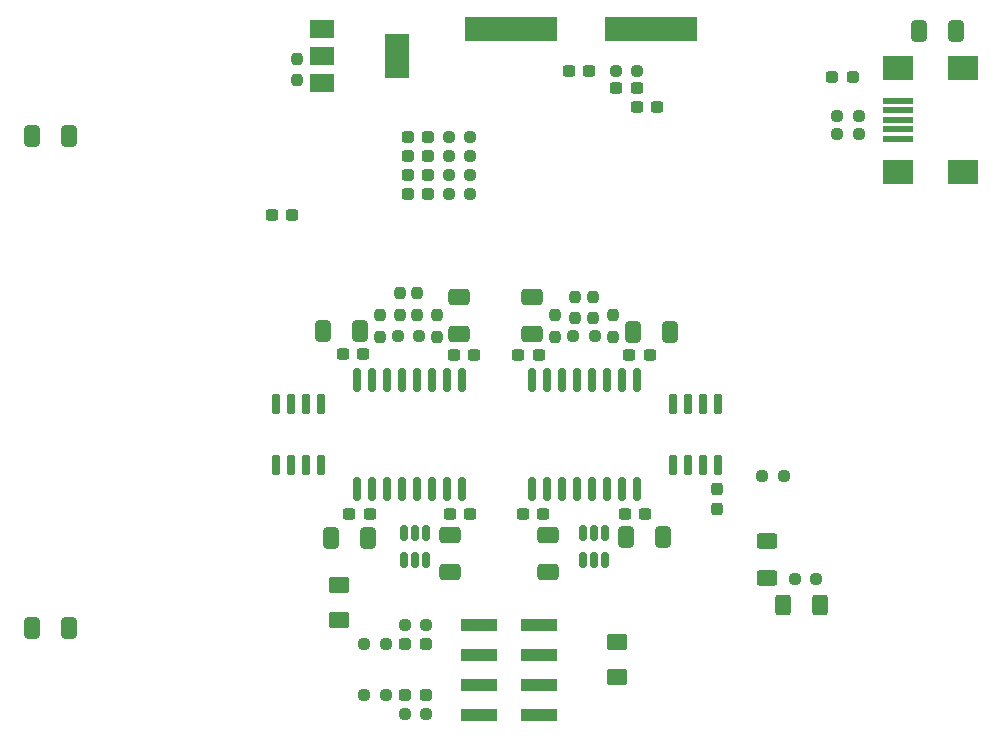
<source format=gbr>
%TF.GenerationSoftware,KiCad,Pcbnew,(6.0.4)*%
%TF.CreationDate,2023-06-02T13:45:04+02:00*%
%TF.ProjectId,Modbus-RJ45-Breakout,4d6f6462-7573-42d5-924a-34352d427265,0.0.2*%
%TF.SameCoordinates,Original*%
%TF.FileFunction,Paste,Top*%
%TF.FilePolarity,Positive*%
%FSLAX46Y46*%
G04 Gerber Fmt 4.6, Leading zero omitted, Abs format (unit mm)*
G04 Created by KiCad (PCBNEW (6.0.4)) date 2023-06-02 13:45:04*
%MOMM*%
%LPD*%
G01*
G04 APERTURE LIST*
G04 Aperture macros list*
%AMRoundRect*
0 Rectangle with rounded corners*
0 $1 Rounding radius*
0 $2 $3 $4 $5 $6 $7 $8 $9 X,Y pos of 4 corners*
0 Add a 4 corners polygon primitive as box body*
4,1,4,$2,$3,$4,$5,$6,$7,$8,$9,$2,$3,0*
0 Add four circle primitives for the rounded corners*
1,1,$1+$1,$2,$3*
1,1,$1+$1,$4,$5*
1,1,$1+$1,$6,$7*
1,1,$1+$1,$8,$9*
0 Add four rect primitives between the rounded corners*
20,1,$1+$1,$2,$3,$4,$5,0*
20,1,$1+$1,$4,$5,$6,$7,0*
20,1,$1+$1,$6,$7,$8,$9,0*
20,1,$1+$1,$8,$9,$2,$3,0*%
G04 Aperture macros list end*
%ADD10RoundRect,0.237500X0.250000X0.237500X-0.250000X0.237500X-0.250000X-0.237500X0.250000X-0.237500X0*%
%ADD11R,2.000000X1.500000*%
%ADD12R,2.000000X3.800000*%
%ADD13RoundRect,0.237500X0.300000X0.237500X-0.300000X0.237500X-0.300000X-0.237500X0.300000X-0.237500X0*%
%ADD14RoundRect,0.250001X-0.624999X0.462499X-0.624999X-0.462499X0.624999X-0.462499X0.624999X0.462499X0*%
%ADD15RoundRect,0.237500X-0.237500X0.250000X-0.237500X-0.250000X0.237500X-0.250000X0.237500X0.250000X0*%
%ADD16RoundRect,0.237500X0.287500X0.237500X-0.287500X0.237500X-0.287500X-0.237500X0.287500X-0.237500X0*%
%ADD17RoundRect,0.237500X-0.250000X-0.237500X0.250000X-0.237500X0.250000X0.237500X-0.250000X0.237500X0*%
%ADD18RoundRect,0.250000X0.412500X0.650000X-0.412500X0.650000X-0.412500X-0.650000X0.412500X-0.650000X0*%
%ADD19RoundRect,0.237500X-0.300000X-0.237500X0.300000X-0.237500X0.300000X0.237500X-0.300000X0.237500X0*%
%ADD20RoundRect,0.250000X0.650000X-0.412500X0.650000X0.412500X-0.650000X0.412500X-0.650000X-0.412500X0*%
%ADD21RoundRect,0.250000X-0.650000X0.412500X-0.650000X-0.412500X0.650000X-0.412500X0.650000X0.412500X0*%
%ADD22RoundRect,0.250000X0.625000X-0.400000X0.625000X0.400000X-0.625000X0.400000X-0.625000X-0.400000X0*%
%ADD23R,2.500000X0.500000*%
%ADD24R,2.500000X2.000000*%
%ADD25R,3.150000X1.000000*%
%ADD26RoundRect,0.237500X0.237500X-0.250000X0.237500X0.250000X-0.237500X0.250000X-0.237500X-0.250000X0*%
%ADD27RoundRect,0.250000X-0.412500X-0.650000X0.412500X-0.650000X0.412500X0.650000X-0.412500X0.650000X0*%
%ADD28RoundRect,0.250000X-0.400000X-0.625000X0.400000X-0.625000X0.400000X0.625000X-0.400000X0.625000X0*%
%ADD29RoundRect,0.237500X-0.237500X0.300000X-0.237500X-0.300000X0.237500X-0.300000X0.237500X0.300000X0*%
%ADD30RoundRect,0.150000X0.150000X-0.512500X0.150000X0.512500X-0.150000X0.512500X-0.150000X-0.512500X0*%
%ADD31RoundRect,0.237500X-0.287500X-0.237500X0.287500X-0.237500X0.287500X0.237500X-0.287500X0.237500X0*%
%ADD32RoundRect,0.150000X-0.150000X0.725000X-0.150000X-0.725000X0.150000X-0.725000X0.150000X0.725000X0*%
%ADD33RoundRect,0.150000X-0.150000X0.875000X-0.150000X-0.875000X0.150000X-0.875000X0.150000X0.875000X0*%
%ADD34R,7.875000X2.000000*%
G04 APERTURE END LIST*
D10*
%TO.C,R37*%
X103912500Y-80100000D03*
X102087500Y-80100000D03*
%TD*%
%TO.C,R36*%
X89062500Y-80100000D03*
X87237500Y-80100000D03*
%TD*%
D11*
%TO.C,Q1*%
X80850000Y-54050000D03*
X80850000Y-56350000D03*
X80850000Y-58650000D03*
D12*
X87150000Y-56350000D03*
%TD*%
D13*
%TO.C,C18*%
X84312500Y-81600000D03*
X82587500Y-81600000D03*
%TD*%
%TO.C,C25*%
X99562500Y-95150000D03*
X97837500Y-95150000D03*
%TD*%
D14*
%TO.C,F1*%
X82250000Y-101162500D03*
X82250000Y-104137500D03*
%TD*%
D15*
%TO.C,R15*%
X85750000Y-78287500D03*
X85750000Y-80112500D03*
%TD*%
D16*
%TO.C,D1*%
X89825000Y-68000000D03*
X88075000Y-68000000D03*
%TD*%
%TO.C,D4*%
X89825000Y-66400000D03*
X88075000Y-66400000D03*
%TD*%
D17*
%TO.C,R29*%
X84387500Y-106100000D03*
X86212500Y-106100000D03*
%TD*%
D18*
%TO.C,C16*%
X84062500Y-79650000D03*
X80937500Y-79650000D03*
%TD*%
D16*
%TO.C,D3*%
X89825000Y-63200000D03*
X88075000Y-63200000D03*
%TD*%
D13*
%TO.C,C24*%
X99162500Y-81650000D03*
X97437500Y-81650000D03*
%TD*%
D19*
%TO.C,C37*%
X107487500Y-60700000D03*
X109212500Y-60700000D03*
%TD*%
D20*
%TO.C,C13*%
X92450000Y-79925000D03*
X92450000Y-76800000D03*
%TD*%
D15*
%TO.C,R21*%
X100550000Y-78287500D03*
X100550000Y-80112500D03*
%TD*%
D19*
%TO.C,C28*%
X106837500Y-81650000D03*
X108562500Y-81650000D03*
%TD*%
D15*
%TO.C,R22*%
X105450000Y-78287500D03*
X105450000Y-80112500D03*
%TD*%
D16*
%TO.C,D5*%
X89825000Y-64800000D03*
X88075000Y-64800000D03*
%TD*%
D21*
%TO.C,C27*%
X99950000Y-96887500D03*
X99950000Y-100012500D03*
%TD*%
D18*
%TO.C,C31*%
X59362500Y-63150000D03*
X56237500Y-63150000D03*
%TD*%
%TO.C,C20*%
X84712500Y-97150000D03*
X81587500Y-97150000D03*
%TD*%
D17*
%TO.C,R3*%
X84387500Y-110500000D03*
X86212500Y-110500000D03*
%TD*%
D19*
%TO.C,C14*%
X91975000Y-81650000D03*
X93700000Y-81650000D03*
%TD*%
D10*
%TO.C,R6*%
X126262500Y-62950000D03*
X124437500Y-62950000D03*
%TD*%
D15*
%TO.C,R23*%
X102250000Y-76737500D03*
X102250000Y-78562500D03*
%TD*%
D17*
%TO.C,R5*%
X87837500Y-112100000D03*
X89662500Y-112100000D03*
%TD*%
D16*
%TO.C,D7*%
X125775000Y-58150000D03*
X124025000Y-58150000D03*
%TD*%
D19*
%TO.C,C29*%
X106437500Y-95150000D03*
X108162500Y-95150000D03*
%TD*%
D10*
%TO.C,R19*%
X93362500Y-68000000D03*
X91537500Y-68000000D03*
%TD*%
D22*
%TO.C,R16*%
X118500000Y-100550000D03*
X118500000Y-97450000D03*
%TD*%
D23*
%TO.C,J5*%
X129625000Y-63350000D03*
X129625000Y-62550000D03*
X129625000Y-61750000D03*
X129625000Y-60950000D03*
X129625000Y-60150000D03*
D24*
X129625000Y-66150000D03*
X129625000Y-57350000D03*
X135125000Y-66150000D03*
X135125000Y-57350000D03*
%TD*%
D25*
%TO.C,J6*%
X94125000Y-104490000D03*
X99175000Y-104490000D03*
X94125000Y-107030000D03*
X99175000Y-107030000D03*
X94125000Y-109570000D03*
X99175000Y-109570000D03*
X94125000Y-112110000D03*
X99175000Y-112110000D03*
%TD*%
D26*
%TO.C,R2*%
X88900000Y-78262500D03*
X88900000Y-76437500D03*
%TD*%
D20*
%TO.C,C26*%
X98600000Y-79912500D03*
X98600000Y-76787500D03*
%TD*%
D21*
%TO.C,C17*%
X91650000Y-96887500D03*
X91650000Y-100012500D03*
%TD*%
D15*
%TO.C,R14*%
X78700000Y-56587500D03*
X78700000Y-58412500D03*
%TD*%
D27*
%TO.C,C1*%
X131387500Y-54250000D03*
X134512500Y-54250000D03*
%TD*%
D28*
%TO.C,R1*%
X119850000Y-102800000D03*
X122950000Y-102800000D03*
%TD*%
D29*
%TO.C,C21*%
X114300000Y-92987500D03*
X114300000Y-94712500D03*
%TD*%
D13*
%TO.C,C10*%
X78312500Y-69800000D03*
X76587500Y-69800000D03*
%TD*%
D30*
%TO.C,U2*%
X87750000Y-98987500D03*
X88700000Y-98987500D03*
X89650000Y-98987500D03*
X89650000Y-96712500D03*
X88700000Y-96712500D03*
X87750000Y-96712500D03*
%TD*%
D15*
%TO.C,R18*%
X87400000Y-78262500D03*
X87400000Y-76437500D03*
%TD*%
D10*
%TO.C,R24*%
X93362500Y-63200000D03*
X91537500Y-63200000D03*
%TD*%
D13*
%TO.C,C6*%
X107462500Y-59100000D03*
X105737500Y-59100000D03*
%TD*%
D27*
%TO.C,C23*%
X107137500Y-79700000D03*
X110262500Y-79700000D03*
%TD*%
D14*
%TO.C,F2*%
X105800000Y-105950000D03*
X105800000Y-108925000D03*
%TD*%
D30*
%TO.C,U6*%
X102900000Y-98987500D03*
X103850000Y-98987500D03*
X104800000Y-98987500D03*
X104800000Y-96712500D03*
X103850000Y-96712500D03*
X102900000Y-96712500D03*
%TD*%
D10*
%TO.C,R25*%
X93362500Y-64800000D03*
X91537500Y-64800000D03*
%TD*%
D31*
%TO.C,D2*%
X87875000Y-110500000D03*
X89625000Y-110500000D03*
%TD*%
D17*
%TO.C,R31*%
X120837500Y-100650000D03*
X122662500Y-100650000D03*
%TD*%
D10*
%TO.C,R11*%
X107512500Y-57600000D03*
X105687500Y-57600000D03*
%TD*%
D32*
%TO.C,U3*%
X80705000Y-85825000D03*
X79435000Y-85825000D03*
X78165000Y-85825000D03*
X76895000Y-85825000D03*
X76895000Y-90975000D03*
X78165000Y-90975000D03*
X79435000Y-90975000D03*
X80705000Y-90975000D03*
%TD*%
D19*
%TO.C,C15*%
X91637500Y-95150000D03*
X93362500Y-95150000D03*
%TD*%
D26*
%TO.C,R35*%
X103800000Y-78562500D03*
X103800000Y-76737500D03*
%TD*%
D33*
%TO.C,U4*%
X92645000Y-83750000D03*
X91375000Y-83750000D03*
X90105000Y-83750000D03*
X88835000Y-83750000D03*
X87565000Y-83750000D03*
X86295000Y-83750000D03*
X85025000Y-83750000D03*
X83755000Y-83750000D03*
X83755000Y-93050000D03*
X85025000Y-93050000D03*
X86295000Y-93050000D03*
X87565000Y-93050000D03*
X88835000Y-93050000D03*
X90105000Y-93050000D03*
X91375000Y-93050000D03*
X92645000Y-93050000D03*
%TD*%
D17*
%TO.C,R28*%
X87837500Y-104500000D03*
X89662500Y-104500000D03*
%TD*%
D34*
%TO.C,Y1*%
X108687500Y-54050000D03*
X96812500Y-54050000D03*
%TD*%
D31*
%TO.C,D6*%
X87875000Y-106100000D03*
X89625000Y-106100000D03*
%TD*%
D10*
%TO.C,R20*%
X93362500Y-66400000D03*
X91537500Y-66400000D03*
%TD*%
D33*
%TO.C,U8*%
X107445000Y-83750000D03*
X106175000Y-83750000D03*
X104905000Y-83750000D03*
X103635000Y-83750000D03*
X102365000Y-83750000D03*
X101095000Y-83750000D03*
X99825000Y-83750000D03*
X98555000Y-83750000D03*
X98555000Y-93050000D03*
X99825000Y-93050000D03*
X101095000Y-93050000D03*
X102365000Y-93050000D03*
X103635000Y-93050000D03*
X104905000Y-93050000D03*
X106175000Y-93050000D03*
X107445000Y-93050000D03*
%TD*%
D13*
%TO.C,C19*%
X84862500Y-95150000D03*
X83137500Y-95150000D03*
%TD*%
D32*
%TO.C,U7*%
X114305000Y-85825000D03*
X113035000Y-85825000D03*
X111765000Y-85825000D03*
X110495000Y-85825000D03*
X110495000Y-90975000D03*
X111765000Y-90975000D03*
X113035000Y-90975000D03*
X114305000Y-90975000D03*
%TD*%
D27*
%TO.C,C30*%
X106575000Y-97100000D03*
X109700000Y-97100000D03*
%TD*%
D13*
%TO.C,C8*%
X103462500Y-57600000D03*
X101737500Y-57600000D03*
%TD*%
D15*
%TO.C,R17*%
X90550000Y-78287500D03*
X90550000Y-80112500D03*
%TD*%
D18*
%TO.C,C32*%
X59362500Y-104750000D03*
X56237500Y-104750000D03*
%TD*%
D10*
%TO.C,R4*%
X126262500Y-61400000D03*
X124437500Y-61400000D03*
%TD*%
D17*
%TO.C,R30*%
X118087500Y-91900000D03*
X119912500Y-91900000D03*
%TD*%
M02*

</source>
